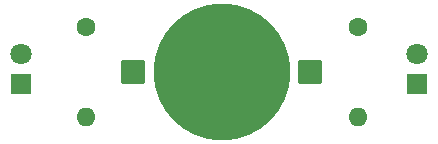
<source format=gbr>
%TF.GenerationSoftware,KiCad,Pcbnew,8.0.0*%
%TF.CreationDate,2024-04-12T16:45:35+09:00*%
%TF.ProjectId,putter,70757474-6572-42e6-9b69-6361645f7063,rev?*%
%TF.SameCoordinates,Original*%
%TF.FileFunction,Soldermask,Top*%
%TF.FilePolarity,Negative*%
%FSLAX46Y46*%
G04 Gerber Fmt 4.6, Leading zero omitted, Abs format (unit mm)*
G04 Created by KiCad (PCBNEW 8.0.0) date 2024-04-12 16:45:35*
%MOMM*%
%LPD*%
G01*
G04 APERTURE LIST*
G04 Aperture macros list*
%AMRoundRect*
0 Rectangle with rounded corners*
0 $1 Rounding radius*
0 $2 $3 $4 $5 $6 $7 $8 $9 X,Y pos of 4 corners*
0 Add a 4 corners polygon primitive as box body*
4,1,4,$2,$3,$4,$5,$6,$7,$8,$9,$2,$3,0*
0 Add four circle primitives for the rounded corners*
1,1,$1+$1,$2,$3*
1,1,$1+$1,$4,$5*
1,1,$1+$1,$6,$7*
1,1,$1+$1,$8,$9*
0 Add four rect primitives between the rounded corners*
20,1,$1+$1,$2,$3,$4,$5,0*
20,1,$1+$1,$4,$5,$6,$7,0*
20,1,$1+$1,$6,$7,$8,$9,0*
20,1,$1+$1,$8,$9,$2,$3,0*%
G04 Aperture macros list end*
%ADD10R,1.800000X1.800000*%
%ADD11C,1.800000*%
%ADD12RoundRect,0.100000X-0.900000X-0.900000X0.900000X-0.900000X0.900000X0.900000X-0.900000X0.900000X0*%
%ADD13C,11.600000*%
%ADD14C,1.600000*%
%ADD15O,1.600000X1.600000*%
G04 APERTURE END LIST*
D10*
%TO.C,D1*%
X133000000Y-68010000D03*
D11*
X133000000Y-65470000D03*
%TD*%
D10*
%TO.C,D2*%
X99500000Y-68010000D03*
D11*
X99500000Y-65470000D03*
%TD*%
D12*
%TO.C,BT1*%
X109000000Y-67000000D03*
X124000000Y-67000000D03*
D13*
X116500000Y-67000000D03*
%TD*%
D14*
%TO.C,R1*%
X128000000Y-63190000D03*
D15*
X128000000Y-70810000D03*
%TD*%
D14*
%TO.C,R2*%
X105000000Y-63190000D03*
D15*
X105000000Y-70810000D03*
%TD*%
M02*

</source>
